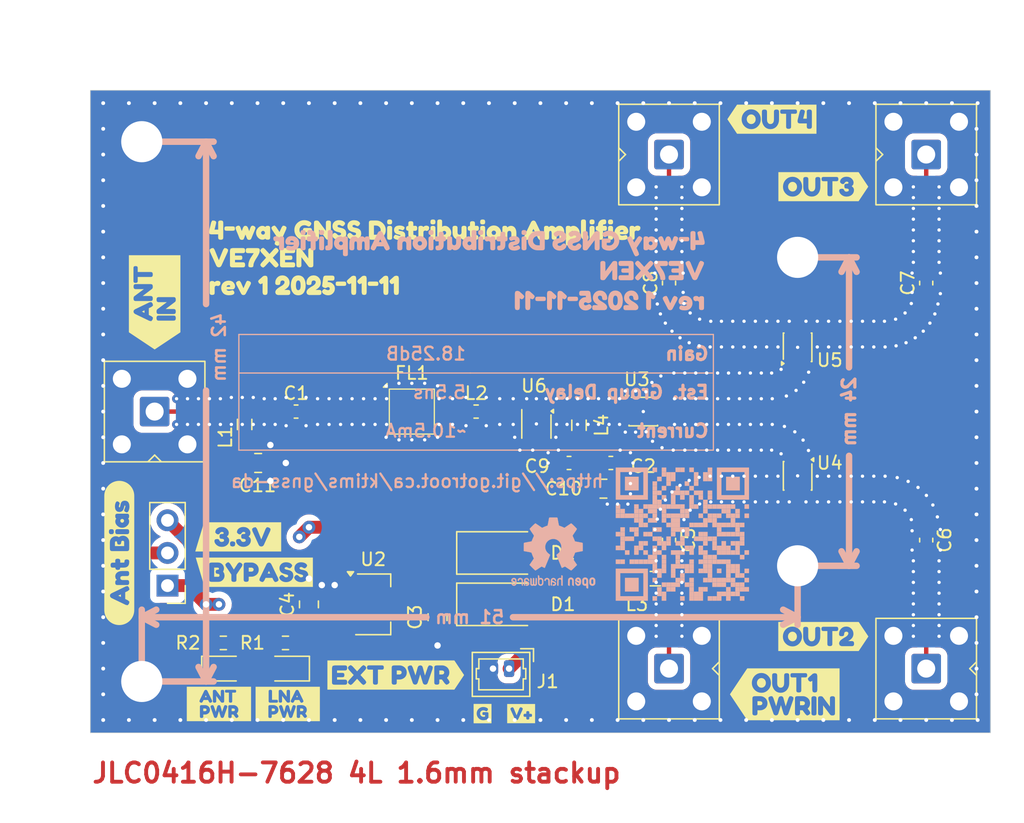
<source format=kicad_pcb>
(kicad_pcb
	(version 20241229)
	(generator "pcbnew")
	(generator_version "9.0")
	(general
		(thickness 1.6062)
		(legacy_teardrops no)
	)
	(paper "A4")
	(layers
		(0 "F.Cu" signal)
		(4 "In1.Cu" power)
		(6 "In2.Cu" power)
		(2 "B.Cu" signal)
		(9 "F.Adhes" user "F.Adhesive")
		(11 "B.Adhes" user "B.Adhesive")
		(13 "F.Paste" user)
		(15 "B.Paste" user)
		(5 "F.SilkS" user "F.Silkscreen")
		(7 "B.SilkS" user "B.Silkscreen")
		(1 "F.Mask" user)
		(3 "B.Mask" user)
		(17 "Dwgs.User" user "User.Drawings")
		(19 "Cmts.User" user "User.Comments")
		(21 "Eco1.User" user "User.Eco1")
		(23 "Eco2.User" user "User.Eco2")
		(25 "Edge.Cuts" user)
		(27 "Margin" user)
		(31 "F.CrtYd" user "F.Courtyard")
		(29 "B.CrtYd" user "B.Courtyard")
		(35 "F.Fab" user)
		(33 "B.Fab" user)
		(39 "User.1" user)
		(41 "User.2" user)
		(43 "User.3" user)
		(45 "User.4" user)
	)
	(setup
		(stackup
			(layer "F.SilkS"
				(type "Top Silk Screen")
				(color "White")
			)
			(layer "F.Paste"
				(type "Top Solder Paste")
			)
			(layer "F.Mask"
				(type "Top Solder Mask")
				(color "Green")
				(thickness 0.01)
			)
			(layer "F.Cu"
				(type "copper")
				(thickness 0.035)
			)
			(layer "dielectric 1"
				(type "prepreg")
				(thickness 0.2104)
				(material "FR4")
				(epsilon_r 4.4)
				(loss_tangent 0.02)
			)
			(layer "In1.Cu"
				(type "copper")
				(thickness 0.0152)
			)
			(layer "dielectric 2"
				(type "core")
				(thickness 1.065)
				(material "FR4")
				(epsilon_r 4.6)
				(loss_tangent 0.02)
			)
			(layer "In2.Cu"
				(type "copper")
				(thickness 0.0152)
			)
			(layer "dielectric 3"
				(type "prepreg")
				(thickness 0.2104)
				(material "FR4")
				(epsilon_r 4.4)
				(loss_tangent 0.02)
			)
			(layer "B.Cu"
				(type "copper")
				(thickness 0.035)
			)
			(layer "B.Mask"
				(type "Bottom Solder Mask")
				(color "Green")
				(thickness 0.01)
			)
			(layer "B.Paste"
				(type "Bottom Solder Paste")
			)
			(layer "B.SilkS"
				(type "Bottom Silk Screen")
				(color "White")
			)
			(copper_finish "ENIG")
			(dielectric_constraints yes)
		)
		(pad_to_mask_clearance 0)
		(allow_soldermask_bridges_in_footprints no)
		(tenting front back)
		(aux_axis_origin 45 75)
		(grid_origin 45 75)
		(pcbplotparams
			(layerselection 0x00000000_00000000_55555555_5755f5ff)
			(plot_on_all_layers_selection 0x00000000_00000000_00000000_00000000)
			(disableapertmacros no)
			(usegerberextensions no)
			(usegerberattributes yes)
			(usegerberadvancedattributes yes)
			(creategerberjobfile yes)
			(dashed_line_dash_ratio 12.000000)
			(dashed_line_gap_ratio 3.000000)
			(svgprecision 4)
			(plotframeref no)
			(mode 1)
			(useauxorigin no)
			(hpglpennumber 1)
			(hpglpenspeed 20)
			(hpglpendiameter 15.000000)
			(pdf_front_fp_property_popups yes)
			(pdf_back_fp_property_popups yes)
			(pdf_metadata yes)
			(pdf_single_document no)
			(dxfpolygonmode yes)
			(dxfimperialunits yes)
			(dxfusepcbnewfont yes)
			(psnegative no)
			(psa4output no)
			(plot_black_and_white yes)
			(sketchpadsonfab no)
			(plotpadnumbers no)
			(hidednponfab no)
			(sketchdnponfab yes)
			(crossoutdnponfab yes)
			(subtractmaskfromsilk no)
			(outputformat 1)
			(mirror no)
			(drillshape 1)
			(scaleselection 1)
			(outputdirectory "")
		)
	)
	(net 0 "")
	(net 1 "Net-(C1-Pad2)")
	(net 2 "Net-(IN1-In)")
	(net 3 "VCC")
	(net 4 "GND")
	(net 5 "Net-(D1-K)")
	(net 6 "Net-(U4-PORT1)")
	(net 7 "Net-(U4-PORT2)")
	(net 8 "Net-(U5-PORT1)")
	(net 9 "Net-(U5-PORT2)")
	(net 10 "Net-(D1-A)")
	(net 11 "BIAS_PWR_IN")
	(net 12 "Net-(FL1-Pad5)")
	(net 13 "Net-(OUT/PWRIN1-In)")
	(net 14 "BIAS_PWR_OUT")
	(net 15 "Net-(L2-Pad2)")
	(net 16 "Net-(U3-SUM)")
	(net 17 "Net-(U3-PORT1)")
	(net 18 "Net-(U3-PORT2)")
	(net 19 "Net-(OUT2-In)")
	(net 20 "Net-(OUT3-In)")
	(net 21 "Net-(D3-A)")
	(net 22 "Net-(D4-A)")
	(net 23 "Net-(OUT4-In)")
	(footprint "kibuzzard-6913E67A" (layer "F.Cu") (at 55 122.75))
	(footprint "Inductor_SMD:L_0805_2012Metric" (layer "F.Cu") (at 57 101 90))
	(footprint "Capacitor_SMD:C_0805_2012Metric" (layer "F.Cu") (at 62 115 90))
	(footprint "Capacitor_SMD:C_0805_2012Metric" (layer "F.Cu") (at 58.05 104))
	(footprint "Diode_SMD:D_SMA" (layer "F.Cu") (at 77 111))
	(footprint "kibuzzard-6913AC63" (layer "F.Cu") (at 71 88))
	(footprint "Connector_Coaxial:SMA_BAT_Wireless_BWSMA-KWE-Z001" (layer "F.Cu") (at 50 100 90))
	(footprint "Capacitor_SMD:C_0603_1608Metric" (layer "F.Cu") (at 90 110 -90))
	(footprint "Connector_Coaxial:SMA_BAT_Wireless_BWSMA-KWE-Z001" (layer "F.Cu") (at 110 80))
	(footprint "Connector_Coaxial:SMA_BAT_Wireless_BWSMA-KWE-Z001" (layer "F.Cu") (at 110 120 180))
	(footprint "Connector_Molex:Molex_PicoBlade_53047-0210_1x02_P1.25mm_Vertical" (layer "F.Cu") (at 77.5625 120 180))
	(footprint "kibuzzard-6913AB19" (layer "F.Cu") (at 98 77.25))
	(footprint "Capacitor_SMD:C_0603_1608Metric" (layer "F.Cu") (at 82.225 104 180))
	(footprint "Package_TO_SOT_SMD:SOT-89-3" (layer "F.Cu") (at 67 115))
	(footprint "projlib:DFN-6-1EP_2x2mm_P0.65mm_EP0.6x1.37mm" (layer "F.Cu") (at 100 105 -90))
	(footprint "Package_DFN_QFN:DFN-8-1EP_2x2mm_P0.5mm_EP0.6x1.2mm" (layer "F.Cu") (at 79.686441 100.959847 -90))
	(footprint "projlib:DFN-6-1EP_2x2mm_P0.65mm_EP0.6x1.37mm" (layer "F.Cu") (at 88 100))
	(footprint "MountingHole:MountingHole_3.2mm_M3_ISO14580_Pad_TopBottom" (layer "F.Cu") (at 100 88))
	(footprint "MountingHole:MountingHole_3.2mm_M3_ISO14580_Pad_TopBottom" (layer "F.Cu") (at 49 79))
	(footprint "Capacitor_SMD:C_0603_1608Metric" (layer "F.Cu") (at 110 110 -90))
	(footprint "kibuzzard-6913AEFB" (layer "F.Cu") (at 75.5 123.5))
	(footprint "Inductor_SMD:L_0603_1608Metric" (layer "F.Cu") (at 75 100))
	(footprint "kibuzzard-6913AAFC" (layer "F.Cu") (at 102 82.5))
	(footprint "MountingHole:MountingHole_3.2mm_M3_ISO14580_Pad_TopBottom" (layer "F.Cu") (at 100 112))
	(footprint "Capacitor_SMD:C_0805_2012Metric" (layer "F.Cu") (at 72 116 -90))
	(footprint "Connector_Coaxial:SMA_BAT_Wireless_BWSMA-KWE-Z001" (layer "F.Cu") (at 90 120 180))
	(footprint "kibuzzard-6913AAD6"
		(layer "F.Cu")
		(uuid "782f78e9-b83a-475e-9665-c15a6a916a3c")
		(at 99 122)
		(descr "Generated with KiBuzzard")
		(tags "kb_params=eyJBbGlnbm1lbnRDaG9pY2UiOiAiQ2VudGVyIiwgIkNhcExlZnRDaG9pY2UiOiAiPCIsICJDYXBSaWdodENob2ljZSI6ICJdIiwgIkZvbnRDb21ib0JveCI6ICJGcmVkZHlTcGFyay1SZWd1bGFyIiwgIkhlaWdodEN0cmwiOiAxLjUsICJMYXllckNvbWJvQm94IjogIkYuU2lsa1MiLCAiTGluZVNwYWNpbmdDdHJsIjogMS4wLCAiTXVsdGlMaW5lVGV4dCI6ICJPVVQxXG5QV1JJTiIsICJQYWRkaW5nQm90dG9tQ3RybCI6IDIuMCwgIlBhZGRpbmdMZWZ0Q3RybCI6IDIuMCwgIlBhZGRpbmdSaWdodEN0cmwiOiAyLjAsICJQYWRkaW5nVG9wQ3RybCI6IDIuMCwgIldpZHRoQ3RybCI6IDYuMCwgImFkdmFuY2VkQ2hlY2tib3giOiB0cnVlLCAiaW5saW5lRm9ybWF0VGV4dGJveCI6IGZhbHNlLCAibGluZW92ZXJTdHlsZUNob2ljZSI6ICJTcXVhcmUiLCAibGluZW92ZXJUaGlja25lc3NDdHJsIjogMX0=")
		(property "Reference" "kibuzzard-6913AAD6"
			(at 0 -5.066956 0)
			(layer "F.SilkS")
			(hide yes)
			(uuid "e02248ce-9eb5-4260-8e2e-3c4c4f1baeac")
			(effects
				(font
					(size 0.001 0.001)
					(thickness 0.15)
				)
			)
		)
		(property "Value" "G***"
			(at 0 5.066956 0)
			(layer "F.SilkS")
			(hide yes)
			(uuid "8a871bcb-4cd8-450b-8cf0-ee26fa6fbdca")
			(effects
				(font
					(size 0.001 0.001)
					(thickness 0.15)
				)
			)
		)
		(property "Datasheet" ""
			(at 0 0 0)
			(layer "F.Fab")
			(hide yes)
			(uuid "72ea1ca6-e766-40ce-a15b-1545306b3183")
			(effects
				(font
					(size 1.27 1.27)
					(thickness 0.15)
				)
			)
		)
		(property "Description" ""
			(at 0 0 0)
			(layer "F.Fab")
			(hide yes)
			(uuid "4b5740e3-fd00-44f8-9c28-3d3bbb695c94")
			(effects
				(font
					(size 1.27 1.27)
					(thickness 0.15)
				)
			)
		)
		(attr board_only exclude_from_pos_files exclude_from_bom)
		(fp_poly
			(pts
				(xy -2.122079 0.850143) (xy -1.89032 0.850143) (xy -1.784096 0.811516) (xy -1.733667 0.693491) (xy -1.779804 0.581903)
				(xy -1.892465 0.536838) (xy -2.122079 0.536838) (xy -2.122079 0.850143)
			)
			(stroke
				(width 0)
				(type solid)
			)
			(fill yes)
			(layer "F.SilkS")
			(uuid "d2d6eb68-80ae-4f2a-aafe-2947eafb0672")
		)
		(fp_poly
			(pts
				(xy 1.186934 0.850143) (xy 1.422985 0.850143) (xy 1.52599 0.811516) (xy 1.575346 0.693491) (xy 1.529208 0.581903)
				(xy 1.418693 0.536838) (xy 1.186934 0.536838) (xy 1.186934 0.850143)
			)
			(stroke
				(w
... [556138 chars truncated]
</source>
